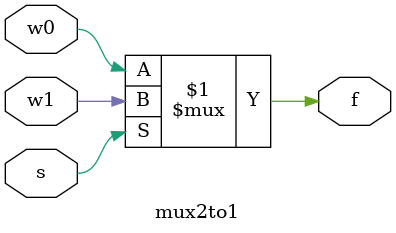
<source format=v>
/**
  ******************************************************************************
  * @file:      Mux-2to1-1.v
  * @author:    Engin Subasi
  * @e-mail:    enginsubasi@gmail.com
  * @address:   github.com/enginsubasi/esverlib
  *
  * @version:   v 0.0.1
  * @cdate:     19/02/2018
  * @mdate:     19/02/2018
  *
  * @about:     Example
  *
  ******************************************************************************
  */

module mux2to1 (w0, w1, s, f);
    input w0, w1, s;
    output f;
    
    assign f = s ? w1 : w0;
    
endmodule

</source>
